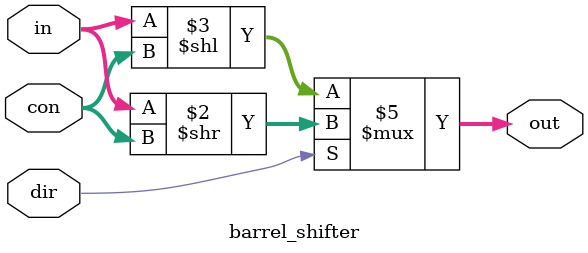
<source format=sv>

module barrel_shifter (out, in, con, dir);
    output [15:0] out;
    input [15:0] in;
    input [3:0] con;
    input dir;
    
    reg [15:0] out;

    always @(in, con, dir) begin
        if (dir)
            out = in >> con;
        else 
            out = in << con;
    end
endmodule

</source>
